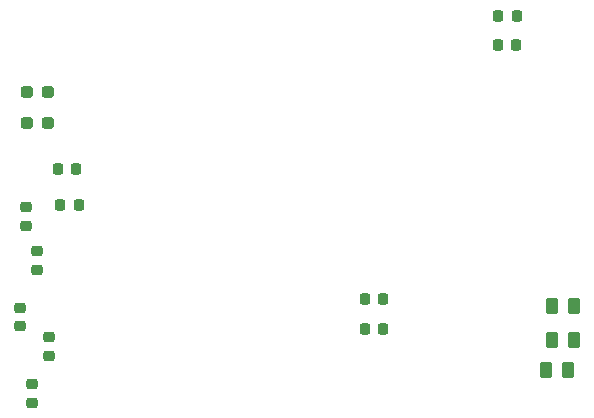
<source format=gbr>
%TF.GenerationSoftware,KiCad,Pcbnew,9.0.1*%
%TF.CreationDate,2025-06-05T12:40:09-07:00*%
%TF.ProjectId,chop_microcontroller_board,63686f70-5f6d-4696-9372-6f636f6e7472,rev?*%
%TF.SameCoordinates,Original*%
%TF.FileFunction,Paste,Top*%
%TF.FilePolarity,Positive*%
%FSLAX46Y46*%
G04 Gerber Fmt 4.6, Leading zero omitted, Abs format (unit mm)*
G04 Created by KiCad (PCBNEW 9.0.1) date 2025-06-05 12:40:09*
%MOMM*%
%LPD*%
G01*
G04 APERTURE LIST*
G04 Aperture macros list*
%AMRoundRect*
0 Rectangle with rounded corners*
0 $1 Rounding radius*
0 $2 $3 $4 $5 $6 $7 $8 $9 X,Y pos of 4 corners*
0 Add a 4 corners polygon primitive as box body*
4,1,4,$2,$3,$4,$5,$6,$7,$8,$9,$2,$3,0*
0 Add four circle primitives for the rounded corners*
1,1,$1+$1,$2,$3*
1,1,$1+$1,$4,$5*
1,1,$1+$1,$6,$7*
1,1,$1+$1,$8,$9*
0 Add four rect primitives between the rounded corners*
20,1,$1+$1,$2,$3,$4,$5,0*
20,1,$1+$1,$4,$5,$6,$7,0*
20,1,$1+$1,$6,$7,$8,$9,0*
20,1,$1+$1,$8,$9,$2,$3,0*%
G04 Aperture macros list end*
%ADD10RoundRect,0.218750X0.218750X0.256250X-0.218750X0.256250X-0.218750X-0.256250X0.218750X-0.256250X0*%
%ADD11RoundRect,0.218750X-0.256250X0.218750X-0.256250X-0.218750X0.256250X-0.218750X0.256250X0.218750X0*%
%ADD12RoundRect,0.218750X-0.218750X-0.256250X0.218750X-0.256250X0.218750X0.256250X-0.218750X0.256250X0*%
%ADD13RoundRect,0.218750X0.256250X-0.218750X0.256250X0.218750X-0.256250X0.218750X-0.256250X-0.218750X0*%
%ADD14RoundRect,0.237500X0.287500X0.237500X-0.287500X0.237500X-0.287500X-0.237500X0.287500X-0.237500X0*%
%ADD15RoundRect,0.250000X-0.262500X-0.450000X0.262500X-0.450000X0.262500X0.450000X-0.262500X0.450000X0*%
G04 APERTURE END LIST*
D10*
%TO.C,R16*%
X147030000Y-94990000D03*
X145455000Y-94990000D03*
%TD*%
D11*
%TO.C,R3*%
X105000000Y-117212500D03*
X105000000Y-118787500D03*
%TD*%
D12*
%TO.C,R30*%
X108212500Y-105500000D03*
X109787500Y-105500000D03*
%TD*%
D13*
%TO.C,R2*%
X106500000Y-114002100D03*
X106500000Y-112427100D03*
%TD*%
D14*
%TO.C,C3*%
X107375000Y-101623200D03*
X105625000Y-101623200D03*
%TD*%
%TO.C,C4*%
X107375000Y-99000000D03*
X105625000Y-99000000D03*
%TD*%
D11*
%TO.C,R1*%
X105500000Y-108712500D03*
X105500000Y-110287500D03*
%TD*%
D13*
%TO.C,R4*%
X107500000Y-121287500D03*
X107500000Y-119712500D03*
%TD*%
D12*
%TO.C,R7*%
X134212500Y-119010000D03*
X135787500Y-119010000D03*
%TD*%
D15*
%TO.C,R18*%
X150087500Y-117050000D03*
X151912500Y-117050000D03*
%TD*%
D12*
%TO.C,R6*%
X134212500Y-116500000D03*
X135787500Y-116500000D03*
%TD*%
%TO.C,R33*%
X108425000Y-108500000D03*
X110000000Y-108500000D03*
%TD*%
D10*
%TO.C,R17*%
X147075000Y-92500000D03*
X145500000Y-92500000D03*
%TD*%
D15*
%TO.C,R20*%
X149587500Y-122500000D03*
X151412500Y-122500000D03*
%TD*%
%TO.C,R19*%
X150087500Y-120000000D03*
X151912500Y-120000000D03*
%TD*%
D11*
%TO.C,R5*%
X106000000Y-123712500D03*
X106000000Y-125287500D03*
%TD*%
M02*

</source>
